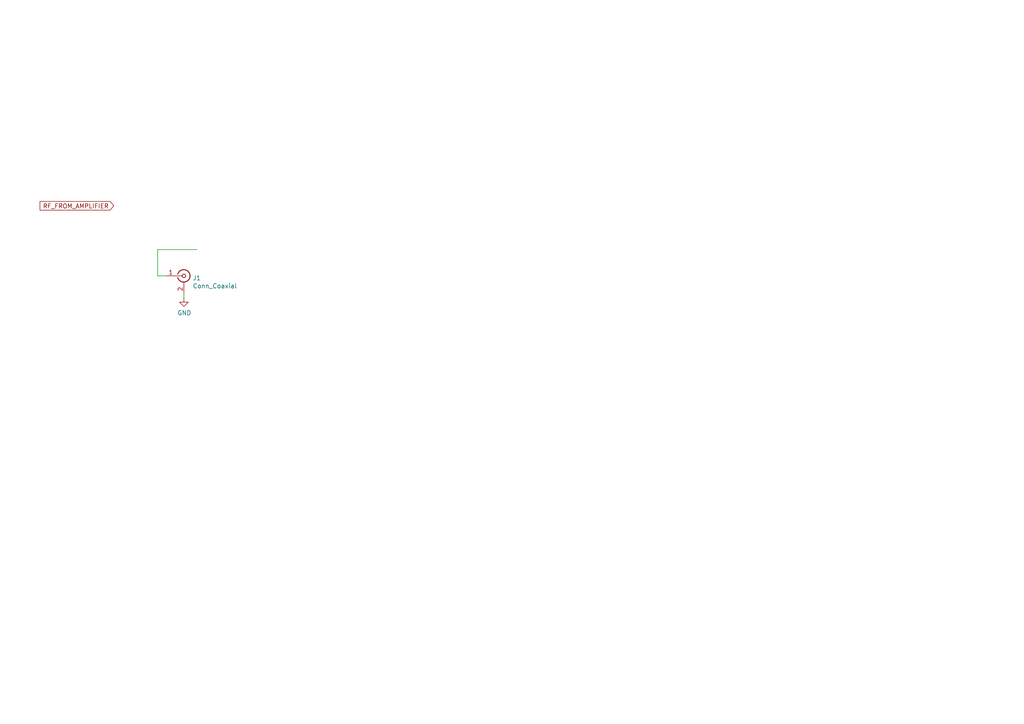
<source format=kicad_sch>
(kicad_sch (version 20210621) (generator eeschema)
  (paper "A4")
  (lib_symbols
    (symbol "Connector:Conn_Coaxial" (pin_names (offset 1.016) hide)
      (property "Reference" "J" (at 0.254 3.048 0))
      (property "Value" "Conn_Coaxial" (at 2.921 0 90))
      (symbol "Conn_Coaxial_0_1"
        (arc (start -1.778 0.508) (end 1.778 0) (radius (at -0.0508 0) (length 1.8034) (angles 163.6 0)) (stroke (width 0.254)))
        (arc (start 1.778 0) (end -1.778 -0.508) (radius (at -0.0254 0) (length 1.8034) (angles 0 -163.8)) (stroke (width 0.254)))
        (circle (center 0 0) (radius 0.508) (stroke (width 0.2032)))
        (polyline (pts (xy -2.54 0) (xy -0.508 0)))
        (polyline (pts (xy 0 -2.54) (xy 0 -1.778)))
      )
      (symbol "Conn_Coaxial_1_1"
        (pin passive line (at -5.08 0 0) (length 2.54) (name "In") (number "1"))
        (pin passive line (at 0 -5.08 90) (length 2.54) (name "Ext") (number "2"))
      )
    )
    (symbol "power:GND" (power) (pin_names (offset 0))
      (property "Value" "GND" (at 0 -3.81 0))
      (symbol "GND_0_1"
        (polyline (pts (xy 0 0) (xy 0 -1.27) (xy 1.27 -1.27) (xy 0 -2.54) (xy -1.27 -1.27) (xy 0 -1.27)))
      )
      (symbol "GND_1_1"
        (pin power_in line (at 0 0 270) (length 0) hide (name "GND") (number "1"))
      )
    )
  )
  (wire (pts (xy 45.72 72.39) (xy 45.72 80.01)))
  (wire (pts (xy 45.72 80.01) (xy 48.26 80.01)))
  (wire (pts (xy 53.34 86.36) (xy 53.34 85.09)))
  (wire (pts (xy 57.15 72.39) (xy 45.72 72.39)))
  (global_label "RF_FROM_AMPLIFIER" (shape input) (at 33.02 59.69 180) (property "Intersheet References" "${INTERSHEET_REFS}" (effects hide)))
  (symbol (lib_id "power:GND") (at 53.34 86.36 0) (unit 1)
    (property "Reference" "#PWR01" (effects hide))
    (property "Value" "GND" (at 53.467 90.7542 0))
  )
  (symbol (lib_id "Connector:Conn_Coaxial") (at 53.34 80.01 0) (unit 1)
    (property "Reference" "J1" (at 55.88 80.645 0) (effects (justify left)))
    (property "Value" "Conn_Coaxial" (at 55.88 82.9564 0) (effects (justify left)))
    (property "Footprint" "Connector_Coaxial:BNC_Amphenol_B6252HB-NPP3G-50_Horizontal" (effects hide))
    (property "Datasheet" " ~" (effects hide))
  )
)
</source>
